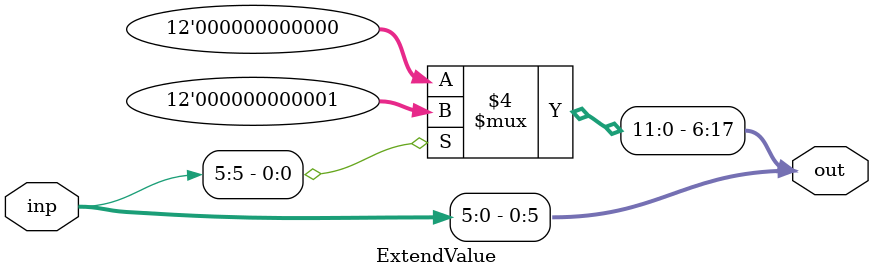
<source format=v>

module ExtendValue (
  input [0:5] inp,
  output reg [0:17] out
);

  always @* begin
    out[0:5] = inp[0:5];
    if (inp[5] == 1'b0)
      out[6:17] = 12'b0;
    else
      out[6:17] = 12'b1;
  end

endmodule

</source>
